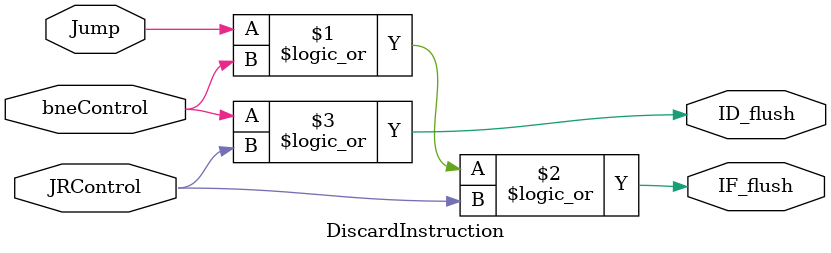
<source format=v>
module DiscardInstruction(Jump, bneControl, JRControl, IF_flush, ID_flush);
	input Jump; //  Jump includes J, JAL.
	input bneControl;
	input JRControl;
	output IF_flush;
	output ID_flush;

	assign IF_flush = Jump || bneControl || JRControl;
	assign ID_flush = bneControl || JRControl;
endmodule
</source>
